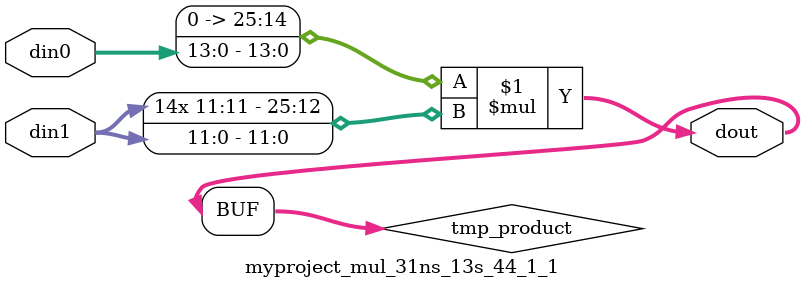
<source format=v>

`timescale 1 ns / 1 ps

  module myproject_mul_31ns_13s_44_1_1(din0, din1, dout);
parameter ID = 1;
parameter NUM_STAGE = 0;
parameter din0_WIDTH = 14;
parameter din1_WIDTH = 12;
parameter dout_WIDTH = 26;

input [din0_WIDTH - 1 : 0] din0; 
input [din1_WIDTH - 1 : 0] din1; 
output [dout_WIDTH - 1 : 0] dout;

wire signed [dout_WIDTH - 1 : 0] tmp_product;











assign tmp_product = $signed({1'b0, din0}) * $signed(din1);










assign dout = tmp_product;







endmodule

</source>
